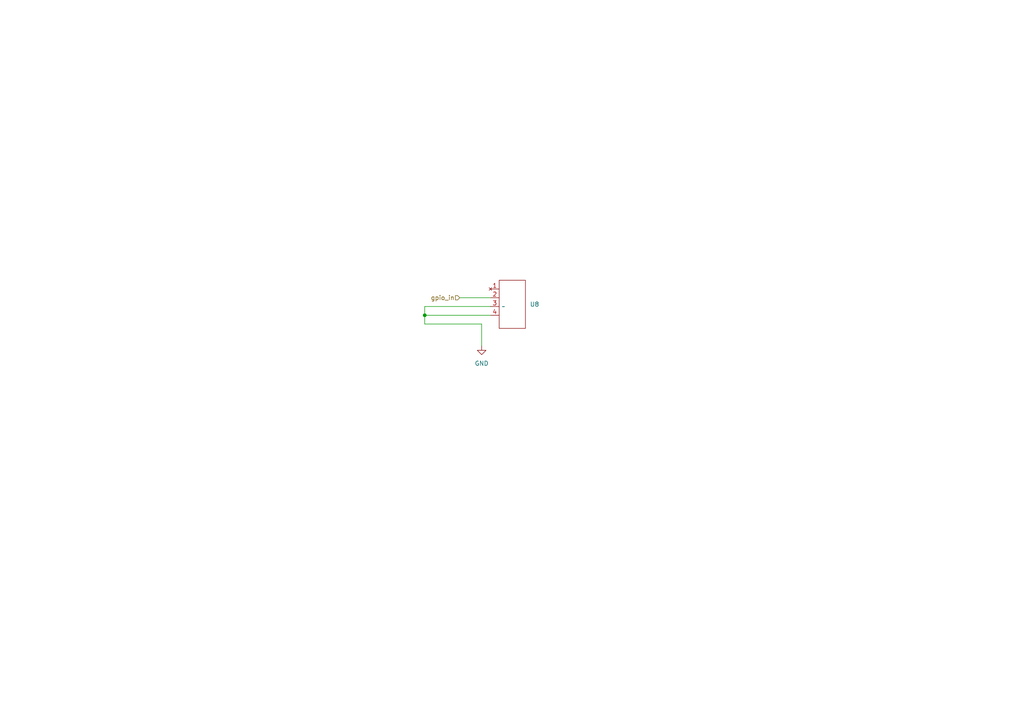
<source format=kicad_sch>
(kicad_sch (version 20230121) (generator eeschema)
  (paper "A4")
  (lib_symbols
    (symbol "cdog_symbols:Tactile_Button_C2888437"
      (property "Reference" "U" (at 0 0 0))
      (property "LCSC" "C221902" (at 2.54 -5.08 0))
      (symbol "Tactile_Button_C2888437_0_1"
        (rectangle (start -1.27 7.62) (end 6.35 -6.35))
      )
      (symbol "Tactile_Button_C2888437_1_1"
        (pin no_connect line (at -3.81 5.08 0) (length 2.54) (name "") (number "1"))
        (pin input line (at -3.81 2.54 0) (length 2.54) (name "") (number "2"))
        (pin input line (at -3.81 0 0) (length 2.54) (name "") (number "3"))
        (pin input line (at -3.81 -2.54 0) (length 2.54) (name "") (number "4"))
      )
    )
    (symbol "power:GND" (power) (pin_names (offset 0))
      (property "Value" "GND" (at 0 -3.81 0))
      (symbol "GND_0_1"
        (polyline (pts (xy 0 0) (xy 0 -1.27) (xy 1.27 -1.27) (xy 0 -2.54) (xy -1.27 -1.27) (xy 0 -1.27)))
      )
      (symbol "GND_1_1"
        (pin power_in line (at 0 0 270) (length 0) hide (name "GND") (number "1"))
      )
    )
  )
  (junction (at 123.19 91.44))
  (wire (pts (xy 123.19 88.9) (xy 142.24 88.9)))
  (wire (pts (xy 123.19 93.98) (xy 139.7 93.98)))
  (wire (pts (xy 133.35 86.36) (xy 142.24 86.36)))
  (wire (pts (xy 139.7 93.98) (xy 139.7 100.33)))
  (wire (pts (xy 123.19 88.9) (xy 123.19 91.44)))
  (wire (pts (xy 123.19 91.44) (xy 123.19 93.98)))
  (wire (pts (xy 123.19 91.44) (xy 142.24 91.44)))
  (hierarchical_label "gpio_in" (shape input) (at 133.35 86.36 180))
  (symbol (lib_id "cdog_symbols:Tactile_Button_C2888437") (at 146.05 88.9 0) (unit 1)
    (property "Reference" "U8" (at 153.67 88.265 0) (effects (justify left)))
    (property "Value" "~" (at 146.05 88.9 0))
    (property "Footprint" "cdog:Game_Conn_Button_C221902" (effects hide))
    (property "LCSC" "C221902" (effects hide))
  )
  (symbol (lib_id "power:GND") (at 139.7 100.33 0) (unit 1)
    (property "Reference" "#PWR023" (effects hide))
    (property "Value" "GND" (at 139.7 105.41 0))
  )
)
</source>
